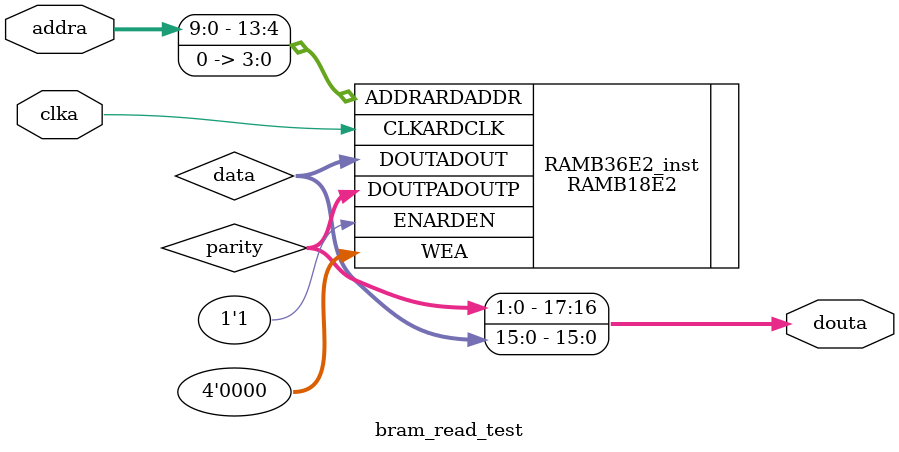
<source format=v>
`timescale 1ns / 1ps

module bram_read_test(
    input clka,
    input [9:0] addra,
    output [17:0] douta
    );
    
    wire [15:0] data;
    wire [1:0] parity;
    
    assign douta = {parity, data};
    
RAMB18E2 #(
// CASCADE_ORDER_A, CASCADE_ORDER_B: "FIRST", "MIDDLE", "LAST", "NONE"
.CASCADE_ORDER_A("NONE"),
.CASCADE_ORDER_B("NONE"),
// CLOCK_DOMAINS: "COMMON", "INDEPENDENT"
.CLOCK_DOMAINS("INDEPENDENT"),
// Collision check: "ALL", "GENERATE_X_ONLY", "NONE", "WARNING_ONLY"
.SIM_COLLISION_CHECK("ALL"),
// DOA_REG, DOB_REG: Optional output register (0, 1)
.DOA_REG(0),
.DOB_REG(0),
// ENADDRENA/ENADDRENB: Address enable pin enable, "TRUE", "FALSE"
.ENADDRENA("FALSE"),
.ENADDRENB("FALSE"),

   // INITP_00 to INITP_0F: Initial contents of the parity memory array
	.INITP_00(256'h646174636173736f72636164696361746e756f63636174756f6261656c626161),
	.INITP_01(256'h746661746e656d657369747265766461746e656d7473756a64616e6f69746964),
	.INITP_02(256'h6d6c616c6c61726961746e656d656572676174736e696167616e696167617265),
	.INITP_03(256'h61656c676e61646e61746e656d6573756d61746e756f6d61676e6f6d6174736f),
	.INITP_04(256'h61737574617261707061796e61746e61726577736e616c616d696e617972676e),
	.INITP_05(256'h61796d72616d7261746e656d75677261686372616c61766f72707061656c7070),
	.INITP_06(256'h727474616e6f69746e6574746174706d657474616b6361747461746173617472),
	.INITP_07(256'h0a420a656b617761636974616d6f747561797469726f687475616e6f69746361),
   // INIT_00 to INIT_7F: Initial contents of the data memory array
	.INIT_00(256'h646174636173736f72636164696361746e756f63636174756f6261656c626161),
	.INIT_01(256'h746661746e656d657369747265766461746e656d7473756a64616e6f69746964),
	.INIT_02(256'h6d6c616c6c61726961746e656d656572676174736e696167616e696167617265),
	.INIT_03(256'h61656c676e61646e61746e656d6573756d61746e756f6d61676e6f6d6174736f),
	.INIT_04(256'h61737574617261707061796e61746e61726577736e616c616d696e617972676e),
	.INIT_05(256'h61796d72616d7261746e656d75677261686372616c61766f72707061656c7070),
	.INIT_06(256'h727474616e6f69746e6574746174706d657474616b6361747461746173617472),
	.INIT_07(256'h0a420a656b617761636974616d6f747561797469726f687475616e6f69746361),
	.INIT_08(256'h736162646e61626c6c616265636e616c61626761626461626b63616279626162),
	.INIT_09(256'h75616365626c756669747561656265626874616274656b7361626e6973616265),
	.INIT_0A(256'h6c6c65626665696c6562726f69766168656265726f6665626565626465626573),
	.INIT_0B(256'h657469627469626874726962647269626e6565777465627972726562746e6562),
	.INIT_0C(256'h616f6265756c62776f6c62646f6f6c626564616c626b63616c62726574746962),
	.INIT_0D(256'h746f62746f6f626b6f6f62656e6f62676e696c696f6279646f6274616f626472),
	.INIT_0E(256'h7262737361726268636e617262656b6172626e69617262796f62786f62656c74),
	.INIT_0F(256'h6e656b6f72627468676972626567646972626b63697262687461657262646165),
	.INIT_10(256'h62676e69646c69756274656b63756268737572626e776f7262726568746f7262),
	.INIT_11(256'h7475627265747475627475627373656e6973756274737275626e727562626c75),
	.INIT_12(256'h65726163647261637361766e61636172656d6163656b61630a430a79626e6f74),
	.INIT_13(256'h6e696168636e6961747265636573756163746163747261636567616972726163),
	.INIT_14(256'h6d656863657365656863706165686365676e61686365636e6168636b6c616863),
	.INIT_15(256'h6c63656c637269636863727568636e696863666569686374736568636c616369),
	.INIT_16(256'h6374616f636c616f6364756f6c6368746f6c636b636f6c637261656c636e6165),
	.INIT_17(256'h6d6f6374726f666d6f63656d6f63626d6f63726f6c6f6372616c6c6f63646c6f),
	.INIT_18(256'h6d6f636e6f73697261706d6f63796e61706d6f636e6f6d6d6f6365657474696d),
	.INIT_19(256'h6e6f697469646e6f6378656c706d6f636574656c706d6f636e6f697469746570),
	.INIT_1A(256'h6f636b6f6f636c6f72746e6f6373756f6963736e6f636e6f697463656e6e6f63),
	.INIT_1B(256'h746e756f636867756f636e6f74746f636b726f6364726f6379706f6372657070),
	.INIT_1C(256'h636c65757263656d6972637469646572636b63617263776f637265766f637972),
	.INIT_1D(256'h73756365767275636e696174727563746e657272756370756379726368737572),
	.INIT_1E(256'h7468677561646b7261647265676e61646567616d61640a440a7475636e6f6968),
	.INIT_1F(256'h65646e6f69736963656474626564687461656472616564646165647961647265),
	.INIT_20(256'h646e6769736564746e65646e6570656465746163696c65646565726765647065),
	.INIT_21(256'h6e656d706f6c657665646c69617465646e6f6974637572747365646572697365),
	.INIT_22(256'h747269646e6f697463657269646e6f69747365676964746e6572656666696474),
	.INIT_23(256'h7567736964657361657369646e6f6973737563736964797265766f6373696479),
	.INIT_24(256'h6f646e6f6973697669646e6f6974756269727473696465636e61747369647473),
	.INIT_25(256'h73736572647265776172646e696172646e776f647462756f64726f6f64676f64),
	.INIT_26(256'h7261657261650a450a74737564797264706f7264676e69766972646b6e697264),
	.INIT_27(256'h67657463656666656e6f6974616375646565676465747361656874726165796c),
	.INIT_28(256'h656867756f6e65656e69676e65646e656369727463656c6563697473616c6567),
	.INIT_29(256'h706d617865797265766572657665746e6576656e657665726f7272656c617571),
	.INIT_2A(256'h657078656e6f69736e6170786565636e65747369786565676e6168637865656c),
	.INIT_2B(256'h61666c6c616674636166656361660a460a65796574726570786565636e656972),
	.INIT_2C(256'h616566726165667265687461667461666d726166726166796c696d616665736c),
	.INIT_2D(256'h6966656c6974726566656c616d6566676e696c656566656c6265656672656874),
	.INIT_2E(256'h69667473726966657269667265676e69667468676966646c6569666e6f697463),
	.INIT_2F(256'h66726f6f6c66746867696c6674616c66656d616c6667616c6664657869666873),
	.INIT_30(256'h6f66726f66746f6f666873696c6f6f66646f6f66646c6f66796c667265776f6c),
	.INIT_31(256'h6665657266656d6172666c776f6664726177726f666d726f666b726f66656372),
	.INIT_32(256'h666c6c75667469757266746e6f72666d6f7266646e65697266746e6575716572),
	.INIT_33(256'h657669676c7269677465676c6172656e65676e65647261670a470a6572757475),
	.INIT_34(256'h656d6e7265766f67646f6f67646c6f6774616f676f6765766f6c677373616c67),
	.INIT_35(256'h7267706972676e6565726774616572677961726773736172676e69617267746e),
	.INIT_36(256'h616872656d6d6168726961680a480a6e756765646975676874776f726770756f),
	.INIT_37(256'h68796e6f6d72616864726168726f627261687970706168676e69676e6168646e),
	.INIT_38(256'h6568676e69726165687968746c61656864616568656865766168657461687461),
	.INIT_39(256'h6f68656c6f6879726f747369686867696865726568706c656874616568747261),
	.INIT_3A(256'h756f686c61746970736f686573726f686e726f6865706f686b6f6f68776f6c6c),
	.INIT_3B(256'h6d696c6c69666961656469656369490a490a726f6d7568776f686573756f6872),
	.INIT_3C(256'h7972747375646e696573616572636e696e6965736c75706d69746e6174726f70),
	.INIT_3D(256'h65746e6965636e617275736e69746e656d757274736e69746365736e696b6e69),
	.INIT_3E(256'h6a796c6c656a0a4a0a646e616c73696e6f72696e6f69746e65766e6974736572),
	.INIT_3F(256'h6b7065656b0a4b0a706d756a656764756a79656e72756f6a6e696f6a6c657765),
   // INIT_A, INIT_B: Initial values on output ports
.INIT_A(18'h000000000),
.INIT_B(18'h000000000),
// Initialization File: RAM initialization file
.INIT_FILE("NONE"),
// Programmable Inversion Attributes: Specifies the use of the built-in programmable inversion
.IS_CLKARDCLK_INVERTED(1'b0),
.IS_CLKBWRCLK_INVERTED(1'b0),
.IS_ENARDEN_INVERTED(1'b0),
.IS_ENBWREN_INVERTED(1'b0),
.IS_RSTRAMARSTRAM_INVERTED(1'b0),
.IS_RSTRAMB_INVERTED(1'b0),
.IS_RSTREGARSTREG_INVERTED(1'b0),
.IS_RSTREGB_INVERTED(1'b0),
// RDADDRCHANGE: Disable memory access when output value does not change ("TRUE", "FALSE")
.RDADDRCHANGEA("FALSE"),
.RDADDRCHANGEB("FALSE"),
// READ_WIDTH_A/B, WRITE_WIDTH_A/B: Read/write width per port
.READ_WIDTH_A(18), // 0-9
.READ_WIDTH_B(0), // 0-9
.WRITE_WIDTH_A(0), // 0-9
.WRITE_WIDTH_B(0), // 0-9
// RSTREG_PRIORITY_A, RSTREG_PRIORITY_B: Reset or enable priority ("RSTREG", "REGCE")
.RSTREG_PRIORITY_A("RSTREG"),
.RSTREG_PRIORITY_B("RSTREG"),
// SRVAL_A, SRVAL_B: Set/reset value for output
.SRVAL_A(18'h000000000),
.SRVAL_B(18'h000000000),
// Sleep Async: Sleep function asynchronous or synchronous ("TRUE", "FALSE")
.SLEEP_ASYNC("FALSE"),
// WriteMode: "WRITE_FIRST", "NO_CHANGE", "READ_FIRST"
.WRITE_MODE_A("READ_FIRST"),
.WRITE_MODE_B("READ_FIRST")
)
RAMB36E2_inst (
// Cascade Signals outputs: Multi-BRAM cascade signals
//.CASDOUTA(CASDOUTA), // 32-bit output: Port A cascade output data
//.CASDOUTB(CASDOUTB), // 32-bit output: Port B cascade output data
//.CASDOUTPA(CASDOUTPA), // 4-bit output: Port A cascade output parity data
//.CASDOUTPB(CASDOUTPB), // 4-bit output: Port B cascade output parity data
//.CASOUTDBITERR(CASOUTDBITERR), // 1-bit output: DBITERR cascade output
//.CASOUTSBITERR(CASOUTSBITERR), // 1-bit output: SBITERR cascade output
// ECC Signals outputs: Error Correction Circuitry ports
//.DBITERR(DBITERR), // 1-bit output: Double bit error status
//.ECCPARITY(ECCPARITY), // 8-bit output: Generated error correction parity
//.RDADDRECC(RDADDRECC), // 9-bit output: ECC Read Address
//.SBITERR(SBITERR), // 1-bit output: Single bit error status
// Port A Data outputs: Port A data
.DOUTADOUT(data), // 32-bit output: Port A Data/LSB data
.DOUTPADOUTP(parity), // 4-bit output: Port A parity/LSB parity
// Port B Data outputs: Port B data
//.DOUTBDOUT(DOUTBDOUT), // 32-bit output: Port B data/MSB data
//.DOUTPBDOUTP(DOUTPBDOUTP), // 4-bit output: Port B parity/MSB parity
// Cascade Signals inputs: Multi-BRAM cascade signals
//.CASDIMUXA(CASDIMUXA), // 1-bit input: Port A input data (0=DINA, 1=CASDINA)
//.CASDIMUXB(CASDIMUXB), // 1-bit input: Port B input data (0=DINB, 1=CASDINB)
//.CASDINA(CASDINA), // 32-bit input: Port A cascade input data
//.CASDINB(CASDINB), // 32-bit input: Port B cascade input data
//.CASDINPA(CASDINPA), // 4-bit input: Port A cascade input parity data
//.CASDINPB(CASDINPB), // 4-bit input: Port B cascade input parity data
//.CASDOMUXA(CASDOMUXA), // 1-bit input: Port A unregistered data (0=BRAM data, 1=CASDINA)
//.CASDOMUXB(CASDOMUXB), // 1-bit input: Port B unregistered data (0=BRAM data, 1=CASDINB)
//.CASDOMUXEN_A(CASDOMUXEN_A), // 1-bit input: Port A unregistered output data enable
//.CASDOMUXEN_B(CASDOMUXEN_B), // 1-bit input: Port B unregistered output data enable
//.CASINDBITERR(CASINDBITERR), // 1-bit input: DBITERR cascade input
//.CASINSBITERR(CASINSBITERR), // 1-bit input: SBITERR cascade input
//.CASOREGIMUXA(CASOREGIMUXA), // 1-bit input: Port A registered data (0=BRAM data, 1=CASDINA)
//.CASOREGIMUXB(CASOREGIMUXB), // 1-bit input: Port B registered data (0=BRAM data, 1=CASDINB)
//.CASOREGIMUXEN_A(CASOREGIMUXEN_A), // 1-bit input: Port A registered output data enable
//.CASOREGIMUXEN_B(CASOREGIMUXEN_B), // 1-bit input: Port B registered output data enable
// ECC Signals inputs: Error Correction Circuitry ports
//.ECCPIPECE(ECCPIPECE), // 1-bit input: ECC Pipeline Register Enable
//.INJECTDBITERR(INJECTDBITERR), // 1-bit input: Inject a double-bit error
//.INJECTSBITERR(INJECTSBITERR),
// Port A Address/Control Signals inputs: Port A address and control signals
.ADDRARDADDR({addra[9:0], 4'b0}), // 14-bit input: A/Read port address
//.ADDRENA(1'b1), // 1-bit input: Active-High A/Read port address enable
.CLKARDCLK(clka), // 1-bit input: A/Read port clock
.ENARDEN(1'b1), // 1-bit input: Port A enable/Read enable
//.REGCEAREGCE(REGCEAREGCE), // 1-bit input: Port A register enable/Register enable
//.RSTRAMARSTRAM(RSTRAMARSTRAM), // 1-bit input: Port A set/reset
//.RSTREGARSTREG(RSTREGARSTREG), // 1-bit input: Port A register set/reset
//.SLEEP(SLEEP), // 1-bit input: Sleep Mode
.WEA(4'b0) // 4-bit input: Port A write enable
// Port A Data inputs: Port A data
//.DINADIN(DINADIN), // 32-bit input: Port A data/LSB data
//.DINPADINP(DINPADINP), // 4-bit input: Port A parity/LSB parity
// Port B Address/Control Signals inputs: Port B address and control signals
//.ADDRBWRADDR(ADDRBWRADDR), // 15-bit input: B/Write port address
//.ADDRENB(ADDRENB), // 1-bit input: Active-High B/Write port address enable
//.CLKBWRCLK(CLKBWRCLK), // 1-bit input: B/Write port clock
//.ENBWREN(ENBWREN), // 1-bit input: Port B enable/Write enable
//.REGCEB(REGCEB), // 1-bit input: Port B register enable
//.RSTRAMB(RSTRAMB), // 1-bit input: Port B set/reset
//.RSTREGB(RSTREGB), // 1-bit input: Port B register set/reset
//.WEBWE(WEBWE), // 8-bit input: Port B write enable/Write enable
// Port B Data inputs: Port B data
//.DINBDIN(DINBDIN), // 32-bit input: Port B data/MSB data
//.DINPBDINP(DINPBDINP) // 4-bit input: Port B parity/MSB parity
);
    
endmodule

</source>
